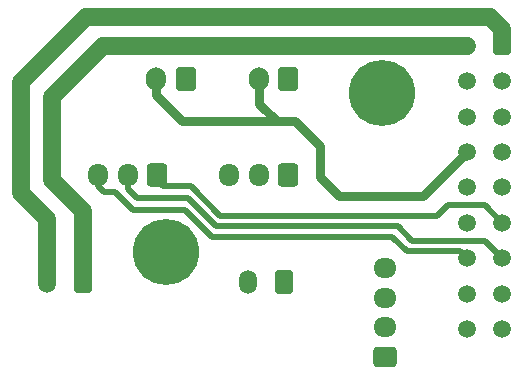
<source format=gbr>
%TF.GenerationSoftware,KiCad,Pcbnew,(6.0.6)*%
%TF.CreationDate,2022-07-16T02:41:13+02:00*%
%TF.ProjectId,toolhead_pcb,746f6f6c-6865-4616-945f-7063622e6b69,rev?*%
%TF.SameCoordinates,Original*%
%TF.FileFunction,Copper,L2,Bot*%
%TF.FilePolarity,Positive*%
%FSLAX46Y46*%
G04 Gerber Fmt 4.6, Leading zero omitted, Abs format (unit mm)*
G04 Created by KiCad (PCBNEW (6.0.6)) date 2022-07-16 02:41:13*
%MOMM*%
%LPD*%
G01*
G04 APERTURE LIST*
G04 Aperture macros list*
%AMRoundRect*
0 Rectangle with rounded corners*
0 $1 Rounding radius*
0 $2 $3 $4 $5 $6 $7 $8 $9 X,Y pos of 4 corners*
0 Add a 4 corners polygon primitive as box body*
4,1,4,$2,$3,$4,$5,$6,$7,$8,$9,$2,$3,0*
0 Add four circle primitives for the rounded corners*
1,1,$1+$1,$2,$3*
1,1,$1+$1,$4,$5*
1,1,$1+$1,$6,$7*
1,1,$1+$1,$8,$9*
0 Add four rect primitives between the rounded corners*
20,1,$1+$1,$2,$3,$4,$5,0*
20,1,$1+$1,$4,$5,$6,$7,0*
20,1,$1+$1,$6,$7,$8,$9,0*
20,1,$1+$1,$8,$9,$2,$3,0*%
G04 Aperture macros list end*
%TA.AperFunction,ComponentPad*%
%ADD10RoundRect,0.250001X0.499999X0.759999X-0.499999X0.759999X-0.499999X-0.759999X0.499999X-0.759999X0*%
%TD*%
%TA.AperFunction,ComponentPad*%
%ADD11O,1.500000X2.020000*%
%TD*%
%TA.AperFunction,ComponentPad*%
%ADD12C,5.600000*%
%TD*%
%TA.AperFunction,ComponentPad*%
%ADD13RoundRect,0.250000X0.600000X0.725000X-0.600000X0.725000X-0.600000X-0.725000X0.600000X-0.725000X0*%
%TD*%
%TA.AperFunction,ComponentPad*%
%ADD14O,1.700000X1.950000*%
%TD*%
%TA.AperFunction,ComponentPad*%
%ADD15RoundRect,0.250000X0.725000X-0.600000X0.725000X0.600000X-0.725000X0.600000X-0.725000X-0.600000X0*%
%TD*%
%TA.AperFunction,ComponentPad*%
%ADD16O,1.950000X1.700000*%
%TD*%
%TA.AperFunction,ComponentPad*%
%ADD17RoundRect,0.250000X0.600000X0.750000X-0.600000X0.750000X-0.600000X-0.750000X0.600000X-0.750000X0*%
%TD*%
%TA.AperFunction,ComponentPad*%
%ADD18O,1.700000X2.000000*%
%TD*%
%TA.AperFunction,ComponentPad*%
%ADD19RoundRect,0.250001X-0.499999X0.499999X-0.499999X-0.499999X0.499999X-0.499999X0.499999X0.499999X0*%
%TD*%
%TA.AperFunction,ComponentPad*%
%ADD20C,1.500000*%
%TD*%
%TA.AperFunction,Conductor*%
%ADD21C,0.508000*%
%TD*%
%TA.AperFunction,Conductor*%
%ADD22C,1.524000*%
%TD*%
%TA.AperFunction,Conductor*%
%ADD23C,0.762000*%
%TD*%
G04 APERTURE END LIST*
D10*
%TO.P,Therm 0,1*%
%TO.N,N/C*%
X92000000Y-102480000D03*
D11*
%TO.P,Therm 0,2*%
X89000000Y-102480000D03*
%TD*%
D12*
%TO.P,REF\u002A\u002A,1*%
%TO.N,N/C*%
X100350000Y-86500000D03*
%TD*%
D13*
%TO.P,Neo Pixel,1*%
%TO.N,N/C*%
X81300000Y-93425000D03*
D14*
%TO.P,Neo Pixel,2*%
X78800000Y-93425000D03*
%TO.P,Neo Pixel,3*%
X76300000Y-93425000D03*
%TD*%
D15*
%TO.P,E-Motor,1*%
%TO.N,N/C*%
X100575000Y-108850000D03*
D16*
%TO.P,E-Motor,2*%
X100575000Y-106350000D03*
%TO.P,E-Motor,3*%
X100575000Y-103850000D03*
%TO.P,E-Motor,4*%
X100575000Y-101350000D03*
%TD*%
D12*
%TO.P,REF\u002A\u002A,1*%
%TO.N,N/C*%
X82000000Y-100000000D03*
%TD*%
D10*
%TO.P,Hotend,1*%
%TO.N,N/C*%
X75000000Y-102430000D03*
D11*
%TO.P,Hotend,2*%
X72000000Y-102430000D03*
%TD*%
D17*
%TO.P,Fan 1,1*%
%TO.N,N/C*%
X92400000Y-85300000D03*
D18*
%TO.P,Fan 1,2*%
X89900000Y-85300000D03*
%TD*%
D19*
%TO.P,Breakbox In,1*%
%TO.N,N/C*%
X110515000Y-82500000D03*
D20*
%TO.P,Breakbox In,2*%
X110515000Y-85500000D03*
%TO.P,Breakbox In,3*%
X110515000Y-88500000D03*
%TO.P,Breakbox In,4*%
X110515000Y-91500000D03*
%TO.P,Breakbox In,5*%
X110515000Y-94500000D03*
%TO.P,Breakbox In,6*%
X110515000Y-97500000D03*
%TO.P,Breakbox In,7*%
X110515000Y-100500000D03*
%TO.P,Breakbox In,8*%
X110515000Y-103500000D03*
%TO.P,Breakbox In,9*%
X110515000Y-106500000D03*
%TO.P,Breakbox In,10*%
X107515000Y-82500000D03*
%TO.P,Breakbox In,11*%
X107515000Y-85500000D03*
%TO.P,Breakbox In,12*%
X107515000Y-88500000D03*
%TO.P,Breakbox In,13*%
X107515000Y-91500000D03*
%TO.P,Breakbox In,14*%
X107515000Y-94500000D03*
%TO.P,Breakbox In,15*%
X107515000Y-97500000D03*
%TO.P,Breakbox In,16*%
X107515000Y-100500000D03*
%TO.P,Breakbox In,17*%
X107515000Y-103500000D03*
%TO.P,Breakbox In,18*%
X107515000Y-106500000D03*
%TD*%
D17*
%TO.P,Fan 0,1*%
%TO.N,N/C*%
X83700000Y-85300000D03*
D18*
%TO.P,Fan 0,2*%
X81200000Y-85300000D03*
%TD*%
D13*
%TO.P,Probe,1*%
%TO.N,N/C*%
X92400000Y-93425000D03*
D14*
%TO.P,Probe,2*%
X89900000Y-93425000D03*
%TO.P,Probe,3*%
X87400000Y-93425000D03*
%TD*%
D21*
%TO.N,*%
X107515000Y-100500000D02*
X106915000Y-99900000D01*
X84150000Y-94400000D02*
X81800000Y-94400000D01*
D22*
X76700000Y-82500000D02*
X72400000Y-86800000D01*
D23*
X103815000Y-95200000D02*
X107515000Y-91500000D01*
D22*
X75300000Y-80100000D02*
X69800000Y-85600000D01*
D21*
X101200000Y-98700000D02*
X85950000Y-98700000D01*
X109015000Y-99000000D02*
X102900000Y-99000000D01*
D22*
X72400000Y-93900000D02*
X75000000Y-96500000D01*
D23*
X81200000Y-86700000D02*
X83400000Y-88900000D01*
D22*
X110515000Y-82500000D02*
X110515000Y-81115000D01*
D23*
X91400000Y-88900000D02*
X93000000Y-88900000D01*
D22*
X69800000Y-95000000D02*
X72000000Y-97200000D01*
D23*
X89900000Y-87400000D02*
X91400000Y-88900000D01*
D22*
X69800000Y-85600000D02*
X69800000Y-95000000D01*
D21*
X86650000Y-96900000D02*
X84150000Y-94400000D01*
D23*
X95100000Y-91000000D02*
X95100000Y-93600000D01*
D21*
X79209375Y-96400000D02*
X77709375Y-94900000D01*
X109015000Y-96000000D02*
X105900000Y-96000000D01*
X77709375Y-94900000D02*
X76800000Y-94900000D01*
X81300000Y-93900000D02*
X81300000Y-93425000D01*
X101700000Y-97800000D02*
X86300000Y-97800000D01*
X110515000Y-97500000D02*
X109015000Y-96000000D01*
X79600000Y-95400000D02*
X78800000Y-94600000D01*
X105000000Y-96900000D02*
X86650000Y-96900000D01*
D23*
X83400000Y-88900000D02*
X91400000Y-88900000D01*
X96700000Y-95200000D02*
X103815000Y-95200000D01*
X93000000Y-88900000D02*
X95100000Y-91000000D01*
D21*
X110515000Y-100500000D02*
X109015000Y-99000000D01*
D22*
X107515000Y-82500000D02*
X76700000Y-82500000D01*
D21*
X83650000Y-96400000D02*
X79209375Y-96400000D01*
X76800000Y-94900000D02*
X76300000Y-94400000D01*
D23*
X95100000Y-93600000D02*
X96700000Y-95200000D01*
D21*
X106915000Y-99900000D02*
X102400000Y-99900000D01*
D22*
X72400000Y-86800000D02*
X72400000Y-93900000D01*
D21*
X105900000Y-96000000D02*
X105000000Y-96900000D01*
X76300000Y-94400000D02*
X76300000Y-93425000D01*
X83900000Y-95400000D02*
X79600000Y-95400000D01*
D23*
X89900000Y-85300000D02*
X89900000Y-87400000D01*
D21*
X86300000Y-97800000D02*
X83900000Y-95400000D01*
X107515000Y-85500000D02*
X107500000Y-85500000D01*
X85950000Y-98700000D02*
X83650000Y-96400000D01*
D22*
X109500000Y-80100000D02*
X75300000Y-80100000D01*
X72000000Y-97200000D02*
X72000000Y-102430000D01*
X110515000Y-81115000D02*
X109500000Y-80100000D01*
D23*
X81200000Y-85300000D02*
X81200000Y-86700000D01*
D22*
X75000000Y-96500000D02*
X75000000Y-102430000D01*
D21*
X102900000Y-99000000D02*
X101700000Y-97800000D01*
X78800000Y-94600000D02*
X78800000Y-93425000D01*
X81800000Y-94400000D02*
X81300000Y-93900000D01*
X102400000Y-99900000D02*
X101200000Y-98700000D01*
%TD*%
M02*

</source>
